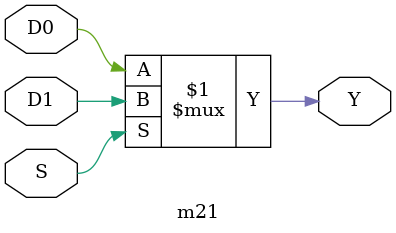
<source format=v>
module shiftbidstruct#(parameter n = 8)(
	input clk,in,clr,lr_bar,
	input [n-1:0] q
	);
	wire [n-1:0] qbar;
	wire dir;
dff_behavioral D0 (in,clk,clr,q[0],qbar[0]);
genvar i;
for (i=0;i<n;i=i+1)begin
m21 M21(in,q[i],lr_bar,dir);
dff_behavioral DN(dir,clk,clr,q[i+1],qbar[i+1]);
	end
	endmodule
module dff_behavioral(d,clk,clear,q,qbar); 
input d, clk, clear; 
output reg q, qbar; 
always@(posedge clk or posedge clear) 
begin
if(clear== 1)begin
q <= 0;
qbar <= 1;
end
else 
q <= d; 
qbar = !d; 
end 
endmodule
module m21(D0, D1, S, Y);

output Y;
input D0, D1, S;

assign Y=(S)?D1:D0;

endmodule

</source>
